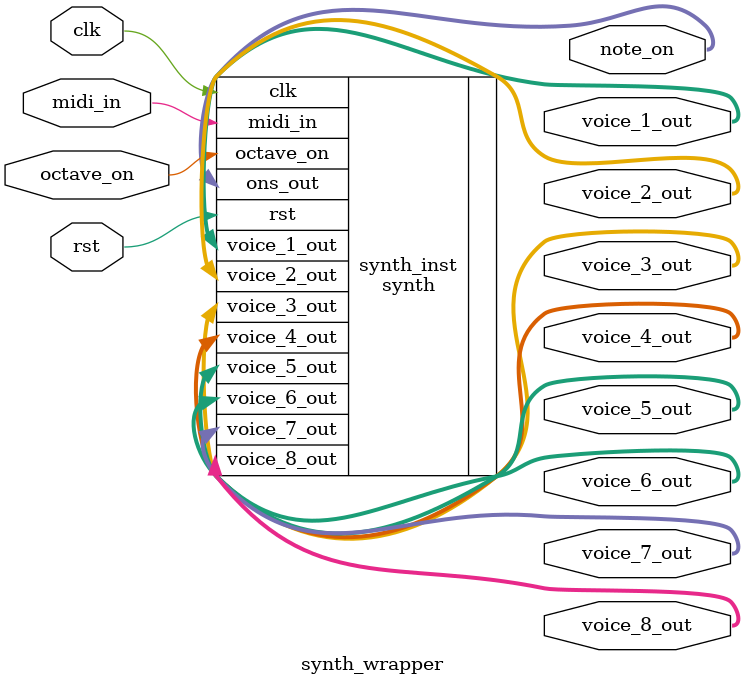
<source format=v>
`timescale 1ns / 1ps

module synth_wrapper #(
    parameter integer AUDIO_WIDTH = 32,
    parameter integer NUM_VOICES = 8
)
(
    input wire clk,
    input wire rst,
    input wire midi_in,
    input wire octave_on,
    output wire signed [AUDIO_WIDTH-1:0] voice_1_out,
    output wire signed [AUDIO_WIDTH-1:0] voice_2_out,
    output wire signed [AUDIO_WIDTH-1:0] voice_3_out,
    output wire signed [AUDIO_WIDTH-1:0] voice_4_out,
    output wire signed [AUDIO_WIDTH-1:0] voice_5_out,
    output wire signed [AUDIO_WIDTH-1:0] voice_6_out,
    output wire signed [AUDIO_WIDTH-1:0] voice_7_out,
    output wire signed [AUDIO_WIDTH-1:0] voice_8_out,
    output wire [NUM_VOICES-1:0] note_on
);

    synth #(
        .AUDIO_WIDTH(AUDIO_WIDTH),
        .NUM_VOICES(NUM_VOICES)
    ) synth_inst (
        .clk(clk),
        .rst(rst),
        .midi_in(midi_in),
        .octave_on(octave_on),
        .voice_1_out(voice_1_out),
        .voice_2_out(voice_2_out),
        .voice_3_out(voice_3_out),
        .voice_4_out(voice_4_out),
        .voice_5_out(voice_5_out),
        .voice_6_out(voice_6_out),
        .voice_7_out(voice_7_out),
        .voice_8_out(voice_8_out),
        .ons_out(note_on)
    );

endmodule

</source>
